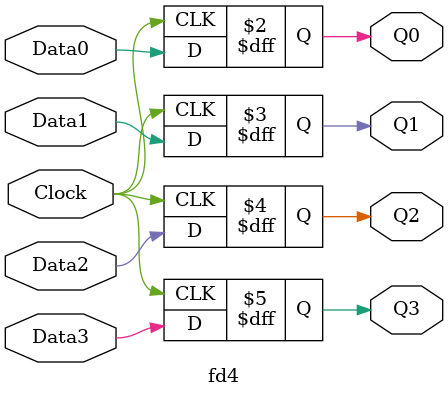
<source format=v>
module fd4(
	Clock,
	Data0, Data1, Data2, Data3,
	Q0, Q1, Q2, Q3
);
input Clock;
input Data0, Data1, Data2, Data3;
output reg Q0, Q1, Q2, Q3;
always @(posedge Clock)
	{Q0, Q1, Q2, Q3} <= {Data0, Data1, Data2, Data3};
endmodule
</source>
